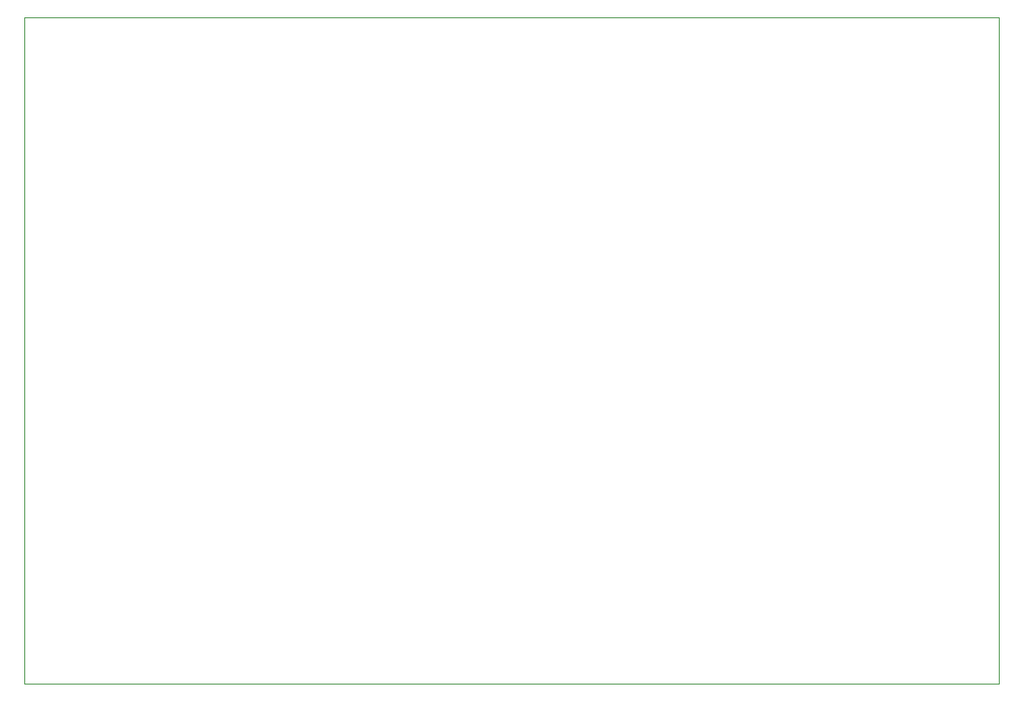
<source format=gbr>
%TF.GenerationSoftware,KiCad,Pcbnew,9.0.7*%
%TF.CreationDate,2026-01-03T23:35:48+01:00*%
%TF.ProjectId,Empfaenger,456d7066-6165-46e6-9765-722e6b696361,rev?*%
%TF.SameCoordinates,Original*%
%TF.FileFunction,Profile,NP*%
%FSLAX46Y46*%
G04 Gerber Fmt 4.6, Leading zero omitted, Abs format (unit mm)*
G04 Created by KiCad (PCBNEW 9.0.7) date 2026-01-03 23:35:48*
%MOMM*%
%LPD*%
G01*
G04 APERTURE LIST*
%TA.AperFunction,Profile*%
%ADD10C,0.050000*%
%TD*%
G04 APERTURE END LIST*
D10*
X17600000Y-12100000D02*
X112600000Y-12100000D01*
X112600000Y-77200000D01*
X17600000Y-77200000D01*
X17600000Y-12100000D01*
M02*

</source>
